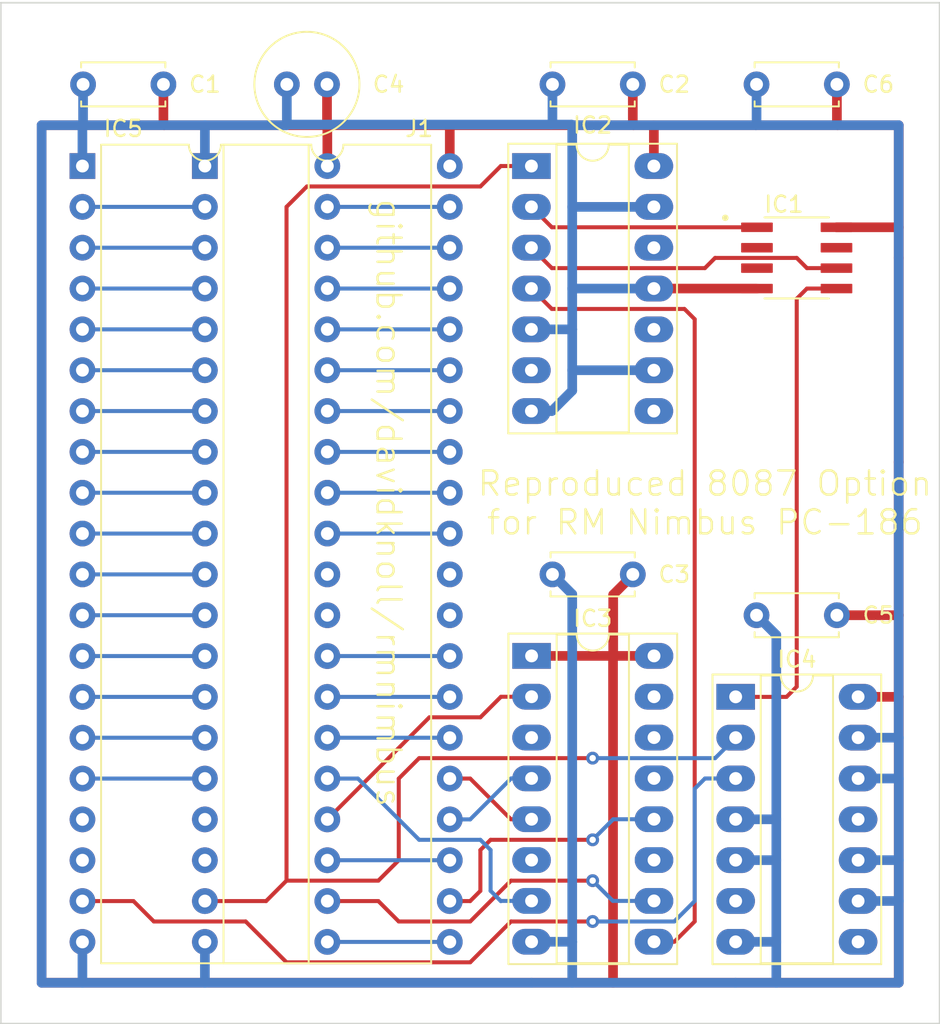
<source format=kicad_pcb>
(kicad_pcb (version 20211014) (generator pcbnew)
  (layers (0 "F.Cu" signal) (31 "B.Cu" signal) (34 "B.Paste" user) (35 "F.Paste" user) (36 "B.SilkS" user "B.Silkscreen") (37 "F.SilkS" user "F.Silkscreen") (38 "B.Mask" user) (39 "F.Mask" user) (44 "Edge.Cuts" user))
  (net 0 "")
  (net 1 "VCC")
  (net 2 "GND")
  (net 3 "Net-(IC1-Pad1)")
  (net 6 "Net-(IC1-Pad5)")
  (net 7 "Net-(IC1-Pad6)")
  (net 9 "/CLK")
  (net 10 "Net-(IC2-Pad4)")
  (net 15 "/8087QS1")
  (net 17 "/QS1")
  (net 18 "/QS0")
  (net 20 "/8087QS0")
  (net 21 "/READY1")
  (net 23 "/READY")
  (net 27 "/8087CLK")
  (net 31 "/COMMON2")
  (net 32 "/COMMON3")
  (net 33 "/COMMON4")
  (net 34 "/COMMON5")
  (net 35 "/COMMON6")
  (net 36 "/COMMON7")
  (net 37 "/COMMON8")
  (net 38 "/COMMON9")
  (net 39 "/COMMON10")
  (net 40 "/COMMON11")
  (net 41 "/COMMON12")
  (net 42 "/COMMON13")
  (net 43 "/COMMON14")
  (net 44 "/COMMON15")
  (net 45 "/COMMON16")
  (net 48 "/COMMON21")
  (net 49 "/COMMON23")
  (net 50 "/COMMON26")
  (net 51 "/COMMON27")
  (net 52 "/COMMON28")
  (net 55 "/COMMON31")
  (net 56 "/COMMON32")
  (net 57 "/COMMON33")
  (net 58 "/COMMON34")
  (net 59 "/COMMON35")
  (net 60 "/COMMON36")
  (net 61 "/COMMON37")
  (net 62 "/COMMON38")
  (net 63 "/COMMON39")
  (footprint "Capacitor_THT:C_Radial_D6.3mm_H5.0mm_P2.50mm" (layer "F.Cu") (at 78.72 58.42 180)
    (fp_text reference "C4" (at -3.83 0) (layer "F.SilkS"))
    (fp_text value "10uF")
    (fp_circle (center 1.25 0) (end 4.52 0) (layer "F.SilkS") (width 0.12) (fill none))
    (pad "1" thru_hole circle (at 0 0 180) (size 1.6 1.6) (drill 0.8) (layers *.Cu *.Mask) (net 1 "VCC"))
    (pad "2" thru_hole circle (at 2.5 0 180) (size 1.6 1.6) (drill 0.8) (layers *.Cu *.Mask) (net 2 "GND"))
  )
  (footprint "Capacitor_THT:C_Disc_D5.0mm_W2.5mm_P5.00mm" (layer "F.Cu") (at 110.45 58.42 180)
    (fp_text reference "C6" (at -2.58 0) (layer "F.SilkS"))
    (fp_text value "0.1uF")
    (fp_line (start -0.12 1.37) (end 5.12 1.37) (layer "F.SilkS") (width 0.12))
    (fp_line (start -0.12 -1.37) (end 5.12 -1.37) (layer "F.SilkS") (width 0.12))
    (fp_line (start -0.12 -1.37) (end -0.12 -1.055) (layer "F.SilkS") (width 0.12))
    (fp_line (start 5.12 1.055) (end 5.12 1.37) (layer "F.SilkS") (width 0.12))
    (fp_line (start 5.12 -1.37) (end 5.12 -1.055) (layer "F.SilkS") (width 0.12))
    (fp_line (start -0.12 1.055) (end -0.12 1.37) (layer "F.SilkS") (width 0.12))
    (pad "1" thru_hole circle (at 0 0 180) (size 1.6 1.6) (drill 0.8) (layers *.Cu *.Mask) (net 1 "VCC"))
    (pad "2" thru_hole circle (at 5 0 180) (size 1.6 1.6) (drill 0.8) (layers *.Cu *.Mask) (net 2 "GND"))
  )
  (footprint "Capacitor_THT:C_Disc_D5.0mm_W2.5mm_P5.00mm" (layer "F.Cu") (at 97.75 58.42 180)
    (fp_text reference "C2" (at -2.58 0) (layer "F.SilkS"))
    (fp_text value "0.1uF")
    (fp_line (start -0.12 -1.37) (end 5.12 -1.37) (layer "F.SilkS") (width 0.12))
    (fp_line (start -0.12 1.055) (end -0.12 1.37) (layer "F.SilkS") (width 0.12))
    (fp_line (start -0.12 -1.37) (end -0.12 -1.055) (layer "F.SilkS") (width 0.12))
    (fp_line (start 5.12 -1.37) (end 5.12 -1.055) (layer "F.SilkS") (width 0.12))
    (fp_line (start -0.12 1.37) (end 5.12 1.37) (layer "F.SilkS") (width 0.12))
    (fp_line (start 5.12 1.055) (end 5.12 1.37) (layer "F.SilkS") (width 0.12))
    (pad "1" thru_hole circle (at 0 0 180) (size 1.6 1.6) (drill 0.8) (layers *.Cu *.Mask) (net 1 "VCC"))
    (pad "2" thru_hole circle (at 5 0 180) (size 1.6 1.6) (drill 0.8) (layers *.Cu *.Mask) (net 2 "GND"))
  )
  (footprint "DS1100Z-75:SOIC127P600X175-8N" (layer "F.Cu") (at 107.95 69.215)
    (fp_text reference "IC1" (at -0.795 -3.332) (layer "F.SilkS"))
    (fp_text value "DS1100Z-75")
    (fp_line (start -2 -2.52) (end 2 -2.52) (layer "F.SilkS") (width 0.127))
    (fp_line (start -2 2.52) (end 2 2.52) (layer "F.SilkS") (width 0.127))
    (fp_circle (center -4.445 -2.495) (end -4.345 -2.495) (layer "F.SilkS") (width 0.2) (fill none))
    (pad "1" smd roundrect locked (at -2.475 -1.905) (size 1.97 0.59) (layers "F.Cu" "F.Paste" "F.Mask") (roundrect_rratio 0.07) (net 3 "Net-(IC1-Pad1)"))
    (pad "2" smd roundrect locked (at -2.475 -0.635) (size 1.97 0.59) (layers "F.Cu" "F.Paste" "F.Mask") (roundrect_rratio 0.07))
    (pad "3" smd roundrect locked (at -2.475 0.635) (size 1.97 0.59) (layers "F.Cu" "F.Paste" "F.Mask") (roundrect_rratio 0.07))
    (pad "4" smd roundrect locked (at -2.475 1.905) (size 1.97 0.59) (layers "F.Cu" "F.Paste" "F.Mask") (roundrect_rratio 0.07) (net 2 "GND"))
    (pad "5" smd roundrect locked (at 2.475 1.905) (size 1.97 0.59) (layers "F.Cu" "F.Paste" "F.Mask") (roundrect_rratio 0.07) (net 6 "Net-(IC1-Pad5)"))
    (pad "6" smd roundrect locked (at 2.475 0.635) (size 1.97 0.59) (layers "F.Cu" "F.Paste" "F.Mask") (roundrect_rratio 0.07) (net 7 "Net-(IC1-Pad6)"))
    (pad "7" smd roundrect locked (at 2.475 -0.635) (size 1.97 0.59) (layers "F.Cu" "F.Paste" "F.Mask") (roundrect_rratio 0.07))
    (pad "8" smd roundrect locked (at 2.475 -1.905) (size 1.97 0.59) (layers "F.Cu" "F.Paste" "F.Mask") (roundrect_rratio 0.07) (net 1 "VCC"))
  )
  (footprint "Package_DIP:DIP-40_W15.24mm" (layer "F.Cu") (at 71.12 63.5)
    (fp_text reference "J1" (at 13.335 -2.33) (layer "F.SilkS"))
    (fp_text value "8087")
    (fp_line (start 1.16 49.59) (end 14.08 49.59) (layer "F.SilkS") (width 0.12))
    (fp_line (start 6.62 -1.33) (end 1.16 -1.33) (layer "F.SilkS") (width 0.12))
    (fp_line (start 14.08 49.59) (end 14.08 -1.33) (layer "F.SilkS") (width 0.12))
    (fp_line (start 1.16 -1.33) (end 1.16 49.59) (layer "F.SilkS") (width 0.12))
    (fp_line (start 14.08 -1.33) (end 8.62 -1.33) (layer "F.SilkS") (width 0.12))
    (fp_arc (start 8.62 -1.33) (mid 7.62 -0.33) (end 6.62 -1.33) (layer "F.SilkS") (width 0.12))
    (pad "1" thru_hole rect (at 0 0) (size 1.6 1.6) (drill 0.8) (layers *.Cu *.Mask) (net 2 "GND"))
    (pad "2" thru_hole oval (at 0 2.54) (size 1.6 1.6) (drill 0.8) (layers *.Cu *.Mask) (net 31 "/COMMON2"))
    (pad "3" thru_hole oval (at 0 5.08) (size 1.6 1.6) (drill 0.8) (layers *.Cu *.Mask) (net 32 "/COMMON3"))
    (pad "4" thru_hole oval (at 0 7.62) (size 1.6 1.6) (drill 0.8) (layers *.Cu *.Mask) (net 33 "/COMMON4"))
    (pad "5" thru_hole oval (at 0 10.16) (size 1.6 1.6) (drill 0.8) (layers *.Cu *.Mask) (net 34 "/COMMON5"))
    (pad "6" thru_hole oval (at 0 12.7) (size 1.6 1.6) (drill 0.8) (layers *.Cu *.Mask) (net 35 "/COMMON6"))
    (pad "7" thru_hole oval (at 0 15.24) (size 1.6 1.6) (drill 0.8) (layers *.Cu *.Mask) (net 36 "/COMMON7"))
    (pad "8" thru_hole oval (at 0 17.78) (size 1.6 1.6) (drill 0.8) (layers *.Cu *.Mask) (net 37 "/COMMON8"))
    (pad "9" thru_hole oval (at 0 20.32) (size 1.6 1.6) (drill 0.8) (layers *.Cu *.Mask) (net 38 "/COMMON9"))
    (pad "10" thru_hole oval (at 0 22.86) (size 1.6 1.6) (drill 0.8) (layers *.Cu *.Mask) (net 39 "/COMMON10"))
    (pad "11" thru_hole oval (at 0 25.4) (size 1.6 1.6) (drill 0.8) (layers *.Cu *.Mask) (net 40 "/COMMON11"))
    (pad "12" thru_hole oval (at 0 27.94) (size 1.6 1.6) (drill 0.8) (layers *.Cu *.Mask) (net 41 "/COMMON12"))
    (pad "13" thru_hole oval (at 0 30.48) (size 1.6 1.6) (drill 0.8) (layers *.Cu *.Mask) (net 42 "/COMMON13"))
    (pad "14" thru_hole oval (at 0 33.02) (size 1.6 1.6) (drill 0.8) (layers *.Cu *.Mask) (net 43 "/COMMON14"))
    (pad "15" thru_hole oval (at 0 35.56) (size 1.6 1.6) (drill 0.8) (layers *.Cu *.Mask) (net 44 "/COMMON15"))
    (pad "16" thru_hole oval (at 0 38.1) (size 1.6 1.6) (drill 0.8) (layers *.Cu *.Mask) (net 45 "/COMMON16"))
    (pad "17" thru_hole oval (at 0 40.64) (size 1.6 1.6) (drill 0.8) (layers *.Cu *.Mask))
    (pad "18" thru_hole oval (at 0 43.18) (size 1.6 1.6) (drill 0.8) (layers *.Cu *.Mask))
    (pad "19" thru_hole oval (at 0 45.72) (size 1.6 1.6) (drill 0.8) (layers *.Cu *.Mask) (net 9 "/CLK"))
    (pad "20" thru_hole oval (at 0 48.26) (size 1.6 1.6) (drill 0.8) (layers *.Cu *.Mask) (net 2 "GND"))
    (pad "21" thru_hole oval (at 15.24 48.26) (size 1.6 1.6) (drill 0.8) (layers *.Cu *.Mask) (net 48 "/COMMON21"))
    (pad "22" thru_hole oval (at 15.24 45.72) (size 1.6 1.6) (drill 0.8) (layers *.Cu *.Mask) (net 23 "/READY"))
    (pad "23" thru_hole oval (at 15.24 43.18) (size 1.6 1.6) (drill 0.8) (layers *.Cu *.Mask) (net 49 "/COMMON23"))
    (pad "24" thru_hole oval (at 15.24 40.64) (size 1.6 1.6) (drill 0.8) (layers *.Cu *.Mask) (net 17 "/QS1"))
    (pad "25" thru_hole oval (at 15.24 38.1) (size 1.6 1.6) (drill 0.8) (layers *.Cu *.Mask) (net 18 "/QS0"))
    (pad "26" thru_hole oval (at 15.24 35.56) (size 1.6 1.6) (drill 0.8) (layers *.Cu *.Mask) (net 50 "/COMMON26"))
    (pad "27" thru_hole oval (at 15.24 33.02) (size 1.6 1.6) (drill 0.8) (layers *.Cu *.Mask) (net 51 "/COMMON27"))
    (pad "28" thru_hole oval (at 15.24 30.48) (size 1.6 1.6) (drill 0.8) (layers *.Cu *.Mask) (net 52 "/COMMON28"))
    (pad "29" thru_hole oval (at 15.24 27.94) (size 1.6 1.6) (drill 0.8) (layers *.Cu *.Mask))
    (pad "30" thru_hole oval (at 15.24 25.4) (size 1.6 1.6) (drill 0.8) (layers *.Cu *.Mask))
    (pad "31" thru_hole oval (at 15.24 22.86) (size 1.6 1.6) (drill 0.8) (layers *.Cu *.Mask) (net 55 "/COMMON31"))
    (pad "32" thru_hole oval (at 15.24 20.32) (size 1.6 1.6) (drill 0.8) (layers *.Cu *.Mask) (net 56 "/COMMON32"))
    (pad "33" thru_hole oval (at 15.24 17.78) (size 1.6 1.6) (drill 0.8) (layers *.Cu *.Mask) (net 57 "/COMMON33"))
    (pad "34" thru_hole oval (at 15.24 15.24) (size 1.6 1.6) (drill 0.8) (layers *.Cu *.Mask) (net 58 "/COMMON34"))
    (pad "35" thru_hole oval (at 15.24 12.7) (size 1.6 1.6) (drill 0.8) (layers *.Cu *.Mask) (net 59 "/COMMON35"))
    (pad "36" thru_hole oval (at 15.24 10.16) (size 1.6 1.6) (drill 0.8) (layers *.Cu *.Mask) (net 60 "/COMMON36"))
    (pad "37" thru_hole oval (at 15.24 7.62) (size 1.6 1.6) (drill 0.8) (layers *.Cu *.Mask) (net 61 "/COMMON37"))
    (pad "38" thru_hole oval (at 15.24 5.08) (size 1.6 1.6) (drill 0.8) (layers *.Cu *.Mask) (net 62 "/COMMON38"))
    (pad "39" thru_hole oval (at 15.24 2.54) (size 1.6 1.6) (drill 0.8) (layers *.Cu *.Mask) (net 63 "/COMMON39"))
    (pad "40" thru_hole oval (at 15.24 0) (size 1.6 1.6) (drill 0.8) (layers *.Cu *.Mask) (net 1 "VCC"))
  )
  (footprint "Capacitor_THT:C_Disc_D5.0mm_W2.5mm_P5.00mm" (layer "F.Cu") (at 110.45 91.44 180)
    (fp_text reference "C5" (at -2.58 0) (layer "F.SilkS"))
    (fp_text value "0.1uF")
    (fp_line (start 5.12 -1.37) (end 5.12 -1.055) (layer "F.SilkS") (width 0.12))
    (fp_line (start -0.12 1.37) (end 5.12 1.37) (layer "F.SilkS") (width 0.12))
    (fp_line (start -0.12 1.055) (end -0.12 1.37) (layer "F.SilkS") (width 0.12))
    (fp_line (start -0.12 -1.37) (end 5.12 -1.37) (layer "F.SilkS") (width 0.12))
    (fp_line (start -0.12 -1.37) (end -0.12 -1.055) (layer "F.SilkS") (width 0.12))
    (fp_line (start 5.12 1.055) (end 5.12 1.37) (layer "F.SilkS") (width 0.12))
    (pad "1" thru_hole circle (at 0 0 180) (size 1.6 1.6) (drill 0.8) (layers *.Cu *.Mask) (net 1 "VCC"))
    (pad "2" thru_hole circle (at 5 0 180) (size 1.6 1.6) (drill 0.8) (layers *.Cu *.Mask) (net 2 "GND"))
  )
  (footprint "Package_DIP:DIP-40_W15.24mm" (layer "F.Cu") (at 63.5 63.5)
    (fp_text reference "IC5" (at 2.54 -2.33) (layer "F.SilkS"))
    (fp_text value "8087")
    (fp_line (start 6.62 -1.33) (end 1.16 -1.33) (layer "F.SilkS") (width 0.12))
    (fp_line (start 1.16 -1.33) (end 1.16 49.59) (layer "F.SilkS") (width 0.12))
    (fp_line (start 14.08 -1.33) (end 8.62 -1.33) (layer "F.SilkS") (width 0.12))
    (fp_line (start 14.08 49.59) (end 14.08 -1.33) (layer "F.SilkS") (width 0.12))
    (fp_line (start 1.16 49.59) (end 14.08 49.59) (layer "F.SilkS") (width 0.12))
    (fp_arc (start 8.62 -1.33) (mid 7.62 -0.33) (end 6.62 -1.33) (layer "F.SilkS") (width 0.12))
    (pad "1" thru_hole rect (at 0 0) (size 1.6 1.6) (drill 0.8) (layers *.Cu *.Mask) (net 2 "GND"))
    (pad "2" thru_hole oval (at 0 2.54) (size 1.6 1.6) (drill 0.8) (layers *.Cu *.Mask) (net 31 "/COMMON2"))
    (pad "3" thru_hole oval (at 0 5.08) (size 1.6 1.6) (drill 0.8) (layers *.Cu *.Mask) (net 32 "/COMMON3"))
    (pad "4" thru_hole oval (at 0 7.62) (size 1.6 1.6) (drill 0.8) (layers *.Cu *.Mask) (net 33 "/COMMON4"))
    (pad "5" thru_hole oval (at 0 10.16) (size 1.6 1.6) (drill 0.8) (layers *.Cu *.Mask) (net 34 "/COMMON5"))
    (pad "6" thru_hole oval (at 0 12.7) (size 1.6 1.6) (drill 0.8) (layers *.Cu *.Mask) (net 35 "/COMMON6"))
    (pad "7" thru_hole oval (at 0 15.24) (size 1.6 1.6) (drill 0.8) (layers *.Cu *.Mask) (net 36 "/COMMON7"))
    (pad "8" thru_hole oval (at 0 17.78) (size 1.6 1.6) (drill 0.8) (layers *.Cu *.Mask) (net 37 "/COMMON8"))
    (pad "9" thru_hole oval (at 0 20.32) (size 1.6 1.6) (drill 0.8) (layers *.Cu *.Mask) (net 38 "/COMMON9"))
    (pad "10" thru_hole oval (at 0 22.86) (size 1.6 1.6) (drill 0.8) (layers *.Cu *.Mask) (net 39 "/COMMON10"))
    (pad "11" thru_hole oval (at 0 25.4) (size 1.6 1.6) (drill 0.8) (layers *.Cu *.Mask) (net 40 "/COMMON11"))
    (pad "12" thru_hole oval (at 0 27.94) (size 1.6 1.6) (drill 0.8) (layers *.Cu *.Mask) (net 41 "/COMMON12"))
    (pad "13" thru_hole oval (at 0 30.48) (size 1.6 1.6) (drill 0.8) (layers *.Cu *.Mask) (net 42 "/COMMON13"))
    (pad "14" thru_hole oval (at 0 33.02) (size 1.6 1.6) (drill 0.8) (layers *.Cu *.Mask) (net 43 "/COMMON14"))
    (pad "15" thru_hole oval (at 0 35.56) (size 1.6 1.6) (drill 0.8) (layers *.Cu *.Mask) (net 44 "/COMMON15"))
    (pad "16" thru_hole oval (at 0 38.1) (size 1.6 1.6) (drill 0.8) (layers *.Cu *.Mask) (net 45 "/COMMON16"))
    (pad "17" thru_hole oval (at 0 40.64) (size 1.6 1.6) (drill 0.8) (layers *.Cu *.Mask))
    (pad "18" thru_hole oval (at 0 43.18) (size 1.6 1.6) (drill 0.8) (layers *.Cu *.Mask))
    (pad "19" thru_hole oval (at 0 45.72) (size 1.6 1.6) (drill 0.8) (layers *.Cu *.Mask) (net 27 "/8087CLK"))
    (pad "20" thru_hole oval (at 0 48.26) (size 1.6 1.6) (drill 0.8) (layers *.Cu *.Mask) (net 2 "GND"))
    (pad "21" thru_hole oval (at 15.24 48.26) (size 1.6 1.6) (drill 0.8) (layers *.Cu *.Mask) (net 48 "/COMMON21"))
    (pad "22" thru_hole oval (at 15.24 45.72) (size 1.6 1.6) (drill 0.8) (layers *.Cu *.Mask) (net 21 "/READY1"))
    (pad "23" thru_hole oval (at 15.24 43.18) (size 1.6 1.6) (drill 0.8) (layers *.Cu *.Mask) (net 49 "/COMMON23"))
    (pad "24" thru_hole oval (at 15.24 40.64) (size 1.6 1.6) (drill 0.8) (layers *.Cu *.Mask) (net 15 "/8087QS1"))
    (pad "25" thru_hole oval (at 15.24 38.1) (size 1.6 1.6) (drill 0.8) (layers *.Cu *.Mask) (net 20 "/8087QS0"))
    (pad "26" thru_hole oval (at 15.24 35.56) (size 1.6 1.6) (drill 0.8) (layers *.Cu *.Mask) (net 50 "/COMMON26"))
    (pad "27" thru_hole oval (at 15.24 33.02) (size 1.6 1.6) (drill 0.8) (layers *.Cu *.Mask) (net 51 "/COMMON27"))
    (pad "28" thru_hole oval (at 15.24 30.48) (size 1.6 1.6) (drill 0.8) (layers *.Cu *.Mask) (net 52 "/COMMON28"))
    (pad "29" thru_hole oval (at 15.24 27.94) (size 1.6 1.6) (drill 0.8) (layers *.Cu *.Mask))
    (pad "30" thru_hole oval (at 15.24 25.4) (size 1.6 1.6) (drill 0.8) (layers *.Cu *.Mask))
    (pad "31" thru_hole oval (at 15.24 22.86) (size 1.6 1.6) (drill 0.8) (layers *.Cu *.Mask) (net 55 "/COMMON31"))
    (pad "32" thru_hole oval (at 15.24 20.32) (size 1.6 1.6) (drill 0.8) (layers *.Cu *.Mask) (net 56 "/COMMON32"))
    (pad "33" thru_hole oval (at 15.24 17.78) (size 1.6 1.6) (drill 0.8) (layers *.Cu *.Mask) (net 57 "/COMMON33"))
    (pad "34" thru_hole oval (at 15.24 15.24) (size 1.6 1.6) (drill 0.8) (layers *.Cu *.Mask) (net 58 "/COMMON34"))
    (pad "35" thru_hole oval (at 15.24 12.7) (size 1.6 1.6) (drill 0.8) (layers *.Cu *.Mask) (net 59 "/COMMON35"))
    (pad "36" thru_hole oval (at 15.24 10.16) (size 1.6 1.6) (drill 0.8) (layers *.Cu *.Mask) (net 60 "/COMMON36"))
    (pad "37" thru_hole oval (at 15.24 7.62) (size 1.6 1.6) (drill 0.8) (layers *.Cu *.Mask) (net 61 "/COMMON37"))
    (pad "38" thru_hole oval (at 15.24 5.08) (size 1.6 1.6) (drill 0.8) (layers *.Cu *.Mask) (net 62 "/COMMON38"))
    (pad "39" thru_hole oval (at 15.24 2.54) (size 1.6 1.6) (drill 0.8) (layers *.Cu *.Mask) (net 63 "/COMMON39"))
    (pad "40" thru_hole oval (at 15.24 0) (size 1.6 1.6) (drill 0.8) (layers *.Cu *.Mask) (net 1 "VCC"))
  )
  (footprint "Capacitor_THT:C_Disc_D5.0mm_W2.5mm_P5.00mm" (layer "F.Cu") (at 68.54 58.42 180)
    (fp_text reference "C1" (at -2.58 0) (layer "F.SilkS"))
    (fp_text value "0.1uF")
    (fp_line (start -0.12 1.055) (end -0.12 1.37) (layer "F.SilkS") (width 0.12))
    (fp_line (start -0.12 -1.37) (end 5.12 -1.37) (layer "F.SilkS") (width 0.12))
    (fp_line (start -0.12 -1.37) (end -0.12 -1.055) (layer "F.SilkS") (width 0.12))
    (fp_line (start 5.12 1.055) (end 5.12 1.37) (layer "F.SilkS") (width 0.12))
    (fp_line (start -0.12 1.37) (end 5.12 1.37) (layer "F.SilkS") (width 0.12))
    (fp_line (start 5.12 -1.37) (end 5.12 -1.055) (layer "F.SilkS") (width 0.12))
    (pad "1" thru_hole circle (at 0 0 180) (size 1.6 1.6) (drill 0.8) (layers *.Cu *.Mask) (net 1 "VCC"))
    (pad "2" thru_hole circle (at 5 0 180) (size 1.6 1.6) (drill 0.8) (layers *.Cu *.Mask) (net 2 "GND"))
  )
  (footprint "Package_DIP:DIP-16_W7.62mm_Socket_LongPads" (layer "F.Cu") (at 91.45 93.97)
    (fp_text reference "IC3" (at 3.81 -2.33) (layer "F.SilkS"))
    (fp_text value "74F175")
    (fp_line (start -1.44 19.17) (end 9.06 19.17) (layer "F.SilkS") (width 0.12))
    (fp_line (start 6.06 19.11) (end 6.06 -1.33) (layer "F.SilkS") (width 0.12))
    (fp_line (start 1.56 19.11) (end 6.06 19.11) (layer "F.SilkS") (width 0.12))
    (fp_line (start 9.06 19.17) (end 9.06 -1.39) (layer "F.SilkS") (width 0.12))
    (fp_line (start 6.06 -1.33) (end 4.81 -1.33) (layer "F.SilkS") (width 0.12))
    (fp_line (start 2.81 -1.33) (end 1.56 -1.33) (layer "F.SilkS") (width 0.12))
    (fp_line (start 1.56 -1.33) (end 1.56 19.11) (layer "F.SilkS") (width 0.12))
    (fp_line (start 9.06 -1.39) (end -1.44 -1.39) (layer "F.SilkS") (width 0.12))
    (fp_line (start -1.44 -1.39) (end -1.44 19.17) (layer "F.SilkS") (width 0.12))
    (fp_arc (start 4.81 -1.33) (mid 3.81 -0.33) (end 2.81 -1.33) (layer "F.SilkS") (width 0.12))
    (pad "1" thru_hole rect (at 0 0) (size 2.4 1.6) (drill 0.8) (layers *.Cu *.Mask) (net 1 "VCC"))
    (pad "2" thru_hole oval (at 0 2.54) (size 2.4 1.6) (drill 0.8) (layers *.Cu *.Mask) (net 15 "/8087QS1"))
    (pad "3" thru_hole oval (at 0 5.08) (size 2.4 1.6) (drill 0.8) (layers *.Cu *.Mask))
    (pad "4" thru_hole oval (at 0 7.62) (size 2.4 1.6) (drill 0.8) (layers *.Cu *.Mask) (net 17 "/QS1"))
    (pad "5" thru_hole oval (at 0 10.16) (size 2.4 1.6) (drill 0.8) (layers *.Cu *.Mask) (net 18 "/QS0"))
    (pad "6" thru_hole oval (at 0 12.7) (size 2.4 1.6) (drill 0.8) (layers *.Cu *.Mask))
    (pad "7" thru_hole oval (at 0 15.24) (size 2.4 1.6) (drill 0.8) (layers *.Cu *.Mask) (net 20 "/8087QS0"))
    (pad "8" thru_hole oval (at 0 17.78) (size 2.4 1.6) (drill 0.8) (layers *.Cu *.Mask) (net 2 "GND"))
    (pad "9" thru_hole oval (at 7.62 17.78) (size 2.4 1.6) (drill 0.8) (layers *.Cu *.Mask) (net 10 "Net-(IC2-Pad4)"))
    (pad "10" thru_hole oval (at 7.62 15.24) (size 2.4 1.6) (drill 0.8) (layers *.Cu *.Mask) (net 21 "/READY1"))
    (pad "11" thru_hole oval (at 7.62 12.7) (size 2.4 1.6) (drill 0.8) (layers *.Cu *.Mask))
    (pad "12" thru_hole oval (at 7.62 10.16) (size 2.4 1.6) (drill 0.8) (layers *.Cu *.Mask) (net 23 "/READY"))
    (pad "13" thru_hole oval (at 7.62 7.62) (size 2.4 1.6) (drill 0.8) (layers *.Cu *.Mask))
    (pad "14" thru_hole oval (at 7.62 5.08) (size 2.4 1.6) (drill 0.8) (layers *.Cu *.Mask))
    (pad "15" thru_hole oval (at 7.62 2.54) (size 2.4 1.6) (drill 0.8) (layers *.Cu *.Mask))
    (pad "16" thru_hole oval (at 7.62 0) (size 2.4 1.6) (drill 0.8) (layers *.Cu *.Mask) (net 1 "VCC"))
  )
  (footprint "Package_DIP:DIP-14_W7.62mm_Socket_LongPads" (layer "F.Cu") (at 104.15 96.515)
    (fp_text reference "IC4" (at 3.81 -2.33) (layer "F.SilkS"))
    (fp_text value "74F08")
    (fp_line (start 9.06 -1.39) (end -1.44 -1.39) (layer "F.SilkS") (width 0.12))
    (fp_line (start 2.81 -1.33) (end 1.56 -1.33) (layer "F.SilkS") (width 0.12))
    (fp_line (start -1.44 -1.39) (end -1.44 16.63) (layer "F.SilkS") (width 0.12))
    (fp_line (start 1.56 -1.33) (end 1.56 16.57) (layer "F.SilkS") (width 0.12))
    (fp_line (start 9.06 16.63) (end 9.06 -1.39) (layer "F.SilkS") (width 0.12))
    (fp_line (start 1.56 16.57) (end 6.06 16.57) (layer "F.SilkS") (width 0.12))
    (fp_line (start -1.44 16.63) (end 9.06 16.63) (layer "F.SilkS") (width 0.12))
    (fp_line (start 6.06 16.57) (end 6.06 -1.33) (layer "F.SilkS") (width 0.12))
    (fp_line (start 6.06 -1.33) (end 4.81 -1.33) (layer "F.SilkS") (width 0.12))
    (fp_arc (start 4.81 -1.33) (mid 3.81 -0.33) (end 2.81 -1.33) (layer "F.SilkS") (width 0.12))
    (pad "1" thru_hole rect (at 0 0) (size 2.4 1.6) (drill 0.8) (layers *.Cu *.Mask) (net 6 "Net-(IC1-Pad5)"))
    (pad "2" thru_hole oval (at 0 2.54) (size 2.4 1.6) (drill 0.8) (layers *.Cu *.Mask) (net 9 "/CLK"))
    (pad "3" thru_hole oval (at 0 5.08) (size 2.4 1.6) (drill 0.8) (layers *.Cu *.Mask) (net 27 "/8087CLK"))
    (pad "4" thru_hole oval (at 0 7.62) (size 2.4 1.6) (drill 0.8) (layers *.Cu *.Mask) (net 2 "GND"))
    (pad "5" thru_hole oval (at 0 10.16) (size 2.4 1.6) (drill 0.8) (layers *.Cu *.Mask) (net 2 "GND"))
    (pad "6" thru_hole oval (at 0 12.7) (size 2.4 1.6) (drill 0.8) (layers *.Cu *.Mask))
    (pad "7" thru_hole oval (at 0 15.24) (size 2.4 1.6) (drill 0.8) (layers *.Cu *.Mask) (net 2 "GND"))
    (pad "8" thru_hole oval (at 7.62 15.24) (size 2.4 1.6) (drill 0.8) (layers *.Cu *.Mask))
    (pad "9" thru_hole oval (at 7.62 12.7) (size 2.4 1.6) (drill 0.8) (layers *.Cu *.Mask) (net 2 "GND"))
    (pad "10" thru_hole oval (at 7.62 10.16) (size 2.4 1.6) (drill 0.8) (layers *.Cu *.Mask) (net 2 "GND"))
    (pad "11" thru_hole oval (at 7.62 7.62) (size 2.4 1.6) (drill 0.8) (layers *.Cu *.Mask))
    (pad "12" thru_hole oval (at 7.62 5.08) (size 2.4 1.6) (drill 0.8) (layers *.Cu *.Mask) (net 2 "GND"))
    (pad "13" thru_hole oval (at 7.62 2.54) (size 2.4 1.6) (drill 0.8) (layers *.Cu *.Mask) (net 2 "GND"))
    (pad "14" thru_hole oval (at 7.62 0) (size 2.4 1.6) (drill 0.8) (layers *.Cu *.Mask) (net 1 "VCC"))
  )
  (footprint "Package_DIP:DIP-14_W7.62mm_Socket_LongPads" (layer "F.Cu") (at 91.44 63.5)
    (fp_text reference "IC2" (at 3.81 -2.54) (layer "F.SilkS"))
    (fp_text value "74F04")
    (fp_line (start 9.06 -1.39) (end -1.44 -1.39) (layer "F.SilkS") (width 0.12))
    (fp_line (start 9.06 16.63) (end 9.06 -1.39) (layer "F.SilkS") (width 0.12))
    (fp_line (start -1.44 -1.39) (end -1.44 16.63) (layer "F.SilkS") (width 0.12))
    (fp_line (start 6.06 -1.33) (end 4.81 -1.33) (layer "F.SilkS") (width 0.12))
    (fp_line (start 1.56 16.57) (end 6.06 16.57) (layer "F.SilkS") (width 0.12))
    (fp_line (start 1.56 -1.33) (end 1.56 16.57) (layer "F.SilkS") (width 0.12))
    (fp_line (start -1.44 16.63) (end 9.06 16.63) (layer "F.SilkS") (width 0.12))
    (fp_line (start 2.81 -1.33) (end 1.56 -1.33) (layer "F.SilkS") (width 0.12))
    (fp_line (start 6.06 16.57) (end 6.06 -1.33) (layer "F.SilkS") (width 0.12))
    (fp_arc (start 4.81 -1.33) (mid 3.81 -0.33) (end 2.81 -1.33) (layer "F.SilkS") (width 0.12))
    (pad "1" thru_hole rect (at 0 0) (size 2.4 1.6) (drill 0.8) (layers *.Cu *.Mask) (net 9 "/CLK"))
    (pad "2" thru_hole oval (at 0 2.54) (size 2.4 1.6) (drill 0.8) (layers *.Cu *.Mask) (net 3 "Net-(IC1-Pad1)"))
    (pad "3" thru_hole oval (at 0 5.08) (size 2.4 1.6) (drill 0.8) (layers *.Cu *.Mask) (net 7 "Net-(IC1-Pad6)"))
    (pad "4" thru_hole oval (at 0 7.62) (size 2.4 1.6) (drill 0.8) (layers *.Cu *.Mask) (net 10 "Net-(IC2-Pad4)"))
    (pad "5" thru_hole oval (at 0 10.16) (size 2.4 1.6) (drill 0.8) (layers *.Cu *.Mask) (net 2 "GND"))
    (pad "6" thru_hole oval (at 0 12.7) (size 2.4 1.6) (drill 0.8) (layers *.Cu *.Mask))
    (pad "7" thru_hole oval (at 0 15.24) (size 2.4 1.6) (drill 0.8) (layers *.Cu *.Mask) (net 2 "GND"))
    (pad "8" thru_hole oval (at 7.62 15.24) (size 2.4 1.6) (drill 0.8) (layers *.Cu *.Mask))
    (pad "9" thru_hole oval (at 7.62 12.7) (size 2.4 1.6) (drill 0.8) (layers *.Cu *.Mask) (net 2 "GND"))
    (pad "10" thru_hole oval (at 7.62 10.16) (size 2.4 1.6) (drill 0.8) (layers *.Cu *.Mask))
    (pad "11" thru_hole oval (at 7.62 7.62) (size 2.4 1.6) (drill 0.8) (layers *.Cu *.Mask) (net 2 "GND"))
    (pad "12" thru_hole oval (at 7.62 5.08) (size 2.4 1.6) (drill 0.8) (layers *.Cu *.Mask))
    (pad "13" thru_hole oval (at 7.62 2.54) (size 2.4 1.6) (drill 0.8) (layers *.Cu *.Mask) (net 2 "GND"))
    (pad "14" thru_hole oval (at 7.62 0) (size 2.4 1.6) (drill 0.8) (layers *.Cu *.Mask) (net 1 "VCC"))
  )
  (footprint "Capacitor_THT:C_Disc_D5.0mm_W2.5mm_P5.00mm" (layer "F.Cu") (at 97.75 88.9 180)
    (fp_text reference "C3" (at -2.58 0) (layer "F.SilkS"))
    (fp_text value "0.1uF")
    (fp_line (start -0.12 -1.37) (end 5.12 -1.37) (layer "F.SilkS") (width 0.12))
    (fp_line (start -0.12 1.055) (end -0.12 1.37) (layer "F.SilkS") (width 0.12))
    (fp_line (start -0.12 -1.37) (end -0.12 -1.055) (layer "F.SilkS") (width 0.12))
    (fp_line (start 5.12 -1.37) (end 5.12 -1.055) (layer "F.SilkS") (width 0.12))
    (fp_line (start -0.12 1.37) (end 5.12 1.37) (layer "F.SilkS") (width 0.12))
    (fp_line (start 5.12 1.055) (end 5.12 1.37) (layer "F.SilkS") (width 0.12))
    (pad "1" thru_hole circle (at 0 0 180) (size 1.6 1.6) (drill 0.8) (layers *.Cu *.Mask) (net 1 "VCC"))
    (pad "2" thru_hole circle (at 5 0 180) (size 1.6 1.6) (drill 0.8) (layers *.Cu *.Mask) (net 2 "GND"))
  )
  (gr_rect (start 58.42 53.34) (end 116.84 116.84) (layer "Edge.Cuts") (width 0.1) (fill none))
  (gr_text "Reproduced 8087 Option\nfor RM Nimbus PC-186" (at 102.235 84.455) (layer "F.SilkS") (effects (font (size 1.5 1.5))))
  (gr_text "github.com/davidknoll/rmnimbus" (at 82.55 84.455 270) (layer "F.SilkS") (effects (font (size 1.5 1.5))))
  (segment (start 97.79 60.96) (end 97.75 60.92) (width 0.6) (layer "F.Cu") (net 1))
  (segment (start 114.3 81.915) (end 114.295 81.92) (width 0.6) (layer "F.Cu") (net 1))
  (segment (start 68.58 60.96) (end 78.74 60.96) (width 0.6) (layer "F.Cu") (net 1))
  (segment (start 114.295 91.445) (end 114.3 91.44) (width 0.6) (layer "F.Cu") (net 1))
  (segment (start 97.79 60.96) (end 99.06 60.96) (width 0.6) (layer "F.Cu") (net 1))
  (segment (start 114.295 96.515) (end 114.3 96.52) (width 0.6) (layer "F.Cu") (net 1))
  (segment (start 78.74 60.96) (end 86.36 60.96) (width 0.6) (layer "F.Cu") (net 1))
  (segment (start 96.53 93.97) (end 96.52 93.98) (width 0.6) (layer "F.Cu") (net 1))
  (segment (start 114.3 69.215) (end 114.3 81.915) (width 0.6) (layer "F.Cu") (net 1))
  (segment (start 114.3 114.3) (end 96.52 114.3) (width 0.6) (layer "F.Cu") (net 1))
  (segment (start 78.74 63.5) (end 78.74 60.96) (width 0.6) (layer "F.Cu") (net 1))
  (segment (start 96.51 93.97) (end 91.45 93.97) (width 0.6) (layer "F.Cu") (net 1))
  (segment (start 114.3 91.44) (end 110.45 91.44) (width 0.6) (layer "F.Cu") (net 1))
  (segment (start 96.52 93.98) (end 96.51 93.97) (width 0.6) (layer "F.Cu") (net 1))
  (segment (start 78.72 58.42) (end 78.72 60.94) (width 0.6) (layer "F.Cu") (net 1))
  (segment (start 110.49 60.96) (end 114.3 60.96) (width 0.6) (layer "F.Cu") (net 1))
  (segment (start 78.72 60.94) (end 78.74 60.96) (width 0.6) (layer "F.Cu") (net 1))
  (segment (start 110.425 67.31) (end 114.3 67.31) (width 0.6) (layer "F.Cu") (net 1))
  (segment (start 110.49 60.96) (end 110.45 60.92) (width 0.6) (layer "F.Cu") (net 1))
  (segment (start 68.54 60.92) (end 68.58 60.96) (width 0.6) (layer "F.Cu") (net 1))
  (segment (start 99.06 63.5) (end 99.06 60.96) (width 0.6) (layer "F.Cu") (net 1))
  (segment (start 114.3 67.31) (end 114.3 69.215) (width 0.6) (layer "F.Cu") (net 1))
  (segment (start 114.295 96.515) (end 114.295 91.445) (width 0.6) (layer "F.Cu") (net 1))
  (segment (start 60.96 60.96) (end 68.58 60.96) (width 0.6) (layer "F.Cu") (net 1))
  (segment (start 96.52 114.3) (end 60.96 114.3) (width 0.6) (layer "F.Cu") (net 1))
  (segment (start 96.52 93.98) (end 96.52 114.3) (width 0.6) (layer "F.Cu") (net 1))
  (segment (start 86.36 63.5) (end 86.36 60.96) (width 0.6) (layer "F.Cu") (net 1))
  (segment (start 114.295 81.92) (end 114.295 91.445) (width 0.6) (layer "F.Cu") (net 1))
  (segment (start 114.3 60.96) (end 114.3 67.31) (width 0.6) (layer "F.Cu") (net 1))
  (segment (start 96.53 93.97) (end 96.53 90.16) (width 0.6) (layer "F.Cu") (net 1))
  (segment (start 86.36 60.96) (end 97.79 60.96) (width 0.6) (layer "F.Cu") (net 1))
  (segment (start 60.96 114.3) (end 60.96 60.96) (width 0.6) (layer "F.Cu") (net 1))
  (segment (start 68.54 58.42) (end 68.54 60.92) (width 0.6) (layer "F.Cu") (net 1))
  (segment (start 97.75 88.94) (end 97.75 88.9) (width 0.6) (layer "F.Cu") (net 1))
  (segment (start 99.06 60.96) (end 110.49 60.96) (width 0.6) (layer "F.Cu") (net 1))
  (segment (start 97.75 60.92) (end 97.75 58.42) (width 0.6) (layer "F.Cu") (net 1))
  (segment (start 110.45 60.92) (end 110.45 58.42) (width 0.6) (layer "F.Cu") (net 1))
  (segment (start 114.3 96.52) (end 114.3 114.3) (width 0.6) (layer "F.Cu") (net 1))
  (segment (start 111.77 96.515) (end 114.295 96.515) (width 0.6) (layer "F.Cu") (net 1))
  (segment (start 99.07 93.97) (end 96.53 93.97) (width 0.6) (layer "F.Cu") (net 1))
  (segment (start 96.53 90.16) (end 97.75 88.94) (width 0.6) (layer "F.Cu") (net 1))
  (segment (start 105.475 71.12) (end 99.06 71.12) (width 0.6) (layer "F.Cu") (net 2))
  (segment (start 114.295 106.675) (end 114.3 106.68) (width 0.6) (layer "B.Cu") (net 2))
  (segment (start 106.68 111.76) (end 106.68 106.68) (width 0.6) (layer "B.Cu") (net 2))
  (segment (start 76.2 60.96) (end 71.12 60.96) (width 0.6) (layer "B.Cu") (net 2))
  (segment (start 92.75 60.84) (end 92.67 60.92) (width 0.6) (layer "B.Cu") (net 2))
  (segment (start 105.45 58.42) (end 105.45 60.92) (width 0.6) (layer "B.Cu") (net 2))
  (segment (start 63.5 111.76) (end 63.5 114.3) (width 0.6) (layer "B.Cu") (net 2))
  (segment (start 71.12 111.76) (end 71.12 114.3) (width 0.6) (layer "B.Cu") (net 2))
  (segment (start 63.5 114.3) (end 71.12 114.3) (width 0.6) (layer "B.Cu") (net 2))
  (segment (start 93.97 111.75) (end 93.98 111.76) (width 0.6) (layer "B.Cu") (net 2))
  (segment (start 99.06 66.04) (end 93.98 66.04) (width 0.6) (layer "B.Cu") (net 2))
  (segment (start 91.44 73.66) (end 93.98 73.66) (width 0.6) (layer "B.Cu") (net 2))
  (segment (start 93.98 60.96) (end 93.98 66.04) (width 0.6) (layer "B.Cu") (net 2))
  (segment (start 99.06 71.12) (end 93.98 71.12) (width 0.6) (layer "B.Cu") (net 2))
  (segment (start 63.54 60.92) (end 63.5 60.96) (width 0.6) (layer "B.Cu") (net 2))
  (segment (start 93.98 73.66) (end 93.98 71.12) (width 0.6) (layer "B.Cu") (net 2))
  (segment (start 76.24 60.92) (end 76.2 60.96) (width 0.6) (layer "B.Cu") (net 2))
  (segment (start 106.68 92.67) (end 105.45 91.44) (width 0.6) (layer "B.Cu") (net 2))
  (segment (start 93.98 71.12) (end 93.98 66.04) (width 0.6) (layer "B.Cu") (net 2))
  (segment (start 114.3 109.22) (end 114.3 106.68) (width 0.6) (layer "B.Cu") (net 2))
  (segment (start 114.295 60.965) (end 114.295 99.055) (width 0.6) (layer "B.Cu") (net 2))
  (segment (start 114.295 101.595) (end 114.3 101.6) (width 0.6) (layer "B.Cu") (net 2))
  (segment (start 93.98 60.96) (end 105.41 60.96) (width 0.6) (layer "B.Cu") (net 2))
  (segment (start 71.12 63.5) (end 71.12 60.96) (width 0.6) (layer "B.Cu") (net 2))
  (segment (start 106.68 104.14) (end 106.68 92.67) (width 0.6) (layer "B.Cu") (net 2))
  (segment (start 92.75 58.42) (end 92.75 60.84) (width 0.6) (layer "B.Cu") (net 2))
  (segment (start 63.54 58.42) (end 63.54 60.92) (width 0.6) (layer "B.Cu") (net 2))
  (segment (start 114.3 101.6) (end 114.3 99.06) (width 0.6) (layer "B.Cu") (net 2))
  (segment (start 92.67 60.92) (end 76.24 60.92) (width 0.6) (layer "B.Cu") (net 2))
  (segment (start 106.675 111.755) (end 106.68 111.76) (width 0.6) (layer "B.Cu") (net 2))
  (segment (start 99.06 76.2) (end 93.98 76.2) (width 0.6) (layer "B.Cu") (net 2))
  (segment (start 114.295 109.215) (end 114.3 109.22) (width 0.6) (layer "B.Cu") (net 2))
  (segment (start 111.77 101.595) (end 114.295 101.595) (width 0.6) (layer "B.Cu") (net 2))
  (segment (start 76.22 58.42) (end 76.22 60.94) (width 0.6) (layer "B.Cu") (net 2))
  (segment (start 63.5 60.96) (end 60.96 60.96) (width 0.6) (layer "B.Cu") (net 2))
  (segment (start 104.15 106.675) (end 106.675 106.675) (width 0.6) (layer "B.Cu") (net 2))
  (segment (start 93.98 114.3) (end 104.14 114.3) (width 0.6) (layer "B.Cu") (net 2))
  (segment (start 93.98 90.13) (end 93.98 111.76) (width 0.6) (layer "B.Cu") (net 2))
  (segment (start 104.15 111.755) (end 106.675 111.755) (width 0.6) (layer "B.Cu") (net 2))
  (segment (start 93.94 60.92) (end 92.67 60.92) (width 0.6) (layer "B.Cu") (net 2))
  (segment (start 93.98 111.76) (end 93.98 114.3) (width 0.6) (layer "B.Cu") (net 2))
  (segment (start 92.75 88.9) (end 93.98 90.13) (width 0.6) (layer "B.Cu") (net 2))
  (segment (start 111.77 106.675) (end 114.295 106.675) (width 0.6) (layer "B.Cu") (net 2))
  (segment (start 63.5 63.5) (end 63.5 60.96) (width 0.6) (layer "B.Cu") (net 2))
  (segment (start 114.295 99.055) (end 111.77 99.055) (width 0.6) (layer "B.Cu") (net 2))
  (segment (start 106.68 106.68) (end 106.68 104.14) (width 0.6) (layer "B.Cu") (net 2))
  (segment (start 106.675 106.675) (end 106.68 106.68) (width 0.6) (layer "B.Cu") (net 2))
  (segment (start 93.98 60.96) (end 93.94 60.92) (width 0.6) (layer "B.Cu") (net 2))
  (segment (start 114.3 114.3) (end 114.3 109.22) (width 0.6) (layer "B.Cu") (net 2))
  (segment (start 60.96 114.3) (end 63.5 114.3) (width 0.6) (layer "B.Cu") (net 2))
  (segment (start 105.45 60.92) (end 105.41 60.96) (width 0.6) (layer "B.Cu") (net 2))
  (segment (start 91.44 78.74) (end 92.71 78.74) (width 0.6) (layer "B.Cu") (net 2))
  (segment (start 93.98 76.2) (end 93.98 73.66) (width 0.6) (layer "B.Cu") (net 2))
  (segment (start 93.98 77.47) (end 93.98 76.2) (width 0.6) (layer "B.Cu") (net 2))
  (segment (start 114.29 60.96) (end 114.295 60.965) (width 0.6) (layer "B.Cu") (net 2))
  (segment (start 92.71 78.74) (end 93.98 77.47) (width 0.6) (layer "B.Cu") (net 2))
  (segment (start 106.68 111.76) (end 106.68 114.3) (width 0.6) (layer "B.Cu") (net 2))
  (segment (start 114.3 99.06) (end 114.295 99.055) (width 0.6) (layer "B.Cu") (net 2))
  (segment (start 105.41 60.96) (end 114.29 60.96) (width 0.6) (layer "B.Cu") (net 2))
  (segment (start 106.68 114.3) (end 114.3 114.3) (width 0.6) (layer "B.Cu") (net 2))
  (segment (start 60.96 60.96) (end 60.96 114.3) (width 0.6) (layer "B.Cu") (net 2))
  (segment (start 71.12 60.96) (end 63.5 60.96) (width 0.6) (layer "B.Cu") (net 2))
  (segment (start 104.14 114.3) (end 106.68 114.3) (width 0.6) (layer "B.Cu") (net 2))
  (segment (start 114.3 106.68) (end 114.3 101.6) (width 0.6) (layer "B.Cu") (net 2))
  (segment (start 91.44 114.3) (end 93.98 114.3) (width 0.6) (layer "B.Cu") (net 2))
  (segment (start 71.12 114.3) (end 91.44 114.3) (width 0.6) (layer "B.Cu") (net 2))
  (segment (start 106.675 104.135) (end 106.68 104.14) (width 0.6) (layer "B.Cu") (net 2))
  (segment (start 91.45 111.75) (end 93.97 111.75) (width 0.6) (layer "B.Cu") (net 2))
  (segment (start 104.15 104.135) (end 106.675 104.135) (width 0.6) (layer "B.Cu") (net 2))
  (segment (start 111.77 109.215) (end 114.295 109.215) (width 0.6) (layer "B.Cu") (net 2))
  (segment (start 105.475 67.31) (end 92.71 67.31) (width 0.25) (layer "F.Cu") (net 3))
  (segment (start 91.44 66.04) (end 92.71 67.31) (width 0.25) (layer "F.Cu") (net 3))
  (segment (start 106.0775 67.2775) (end 106.11 67.31) (width 0.25) (layer "F.Cu") (net 3))
  (segment (start 107.95 95.885) (end 107.95 71.755) (width 0.25) (layer "F.Cu") (net 6))
  (segment (start 107.315 96.52) (end 107.95 95.885) (width 0.25) (layer "F.Cu") (net 6))
  (segment (start 104.155 96.52) (end 107.315 96.52) (width 0.25) (layer "F.Cu") (net 6))
  (segment (start 104.15 96.515) (end 104.155 96.52) (width 0.25) (layer "F.Cu") (net 6))
  (segment (start 108.585 71.12) (end 110.425 71.12) (width 0.25) (layer "F.Cu") (net 6))
  (segment (start 107.95 71.755) (end 108.585 71.12) (width 0.25) (layer "F.Cu") (net 6))
  (segment (start 107.95 69.215) (end 108.585 69.85) (width 0.25) (layer "F.Cu") (net 7))
  (segment (start 91.44 68.58) (end 92.71 69.85) (width 0.25) (layer "F.Cu") (net 7))
  (segment (start 92.71 69.85) (end 102.235 69.85) (width 0.25) (layer "F.Cu") (net 7))
  (segment (start 102.87 69.215) (end 107.95 69.215) (width 0.25) (layer "F.Cu") (net 7))
  (segment (start 108.585 69.85) (end 110.425 69.85) (width 0.25) (layer "F.Cu") (net 7))
  (segment (start 102.235 69.85) (end 102.87 69.215) (width 0.25) (layer "F.Cu") (net 7))
  (segment (start 81.915 107.95) (end 83.185 106.68) (width 0.25) (layer "F.Cu") (net 9))
  (segment (start 91.44 63.5) (end 89.535 63.5) (width 0.25) (layer "F.Cu") (net 9))
  (segment (start 74.93 109.22) (end 71.12 109.22) (width 0.25) (layer "F.Cu") (net 9))
  (segment (start 89.535 63.5) (end 88.265 64.77) (width 0.25) (layer "F.Cu") (net 9))
  (segment (start 77.47 64.77) (end 76.2 66.04) (width 0.25) (layer "F.Cu") (net 9))
  (segment (start 76.2 66.04) (end 76.2 107.95) (width 0.25) (layer "F.Cu") (net 9))
  (segment (start 76.2 107.95) (end 74.93 109.22) (width 0.25) (layer "F.Cu") (net 9))
  (segment (start 84.455 100.33) (end 95.25 100.33) (width 0.25) (layer "F.Cu") (net 9))
  (segment (start 76.2 107.95) (end 81.915 107.95) (width 0.25) (layer "F.Cu") (net 9))
  (segment (start 83.185 106.68) (end 83.185 101.6) (width 0.25) (layer "F.Cu") (net 9))
  (segment (start 83.185 101.6) (end 84.455 100.33) (width 0.25) (layer "F.Cu") (net 9))
  (segment (start 88.265 64.77) (end 77.47 64.77) (width 0.25) (layer "F.Cu") (net 9))
  (via (at 95.25 100.33) (size 0.8) (drill 0.4) (layers "F.Cu" "B.Cu") (net 9))
  (segment (start 102.875 100.33) (end 104.15 99.055) (width 0.25) (layer "B.Cu") (net 9))
  (segment (start 95.25 100.33) (end 102.875 100.33) (width 0.25) (layer "B.Cu") (net 9))
  (segment (start 100.34 111.75) (end 101.6 110.49) (width 0.25) (layer "F.Cu") (net 10))
  (segment (start 101.6 110.49) (end 101.6 73.025) (width 0.25) (layer "F.Cu") (net 10))
  (segment (start 92.71 72.39) (end 91.44 71.12) (width 0.25) (layer "F.Cu") (net 10))
  (segment (start 101.6 73.025) (end 100.965 72.39) (width 0.25) (layer "F.Cu") (net 10))
  (segment (start 99.07 111.75) (end 100.34 111.75) (width 0.25) (layer "F.Cu") (net 10))
  (segment (start 100.965 72.39) (end 92.71 72.39) (width 0.25) (layer "F.Cu") (net 10))
  (segment (start 78.74 104.14) (end 85.09 97.79) (width 0.25) (layer "F.Cu") (net 15))
  (segment (start 88.265 97.79) (end 89.545 96.51) (width 0.25) (layer "F.Cu") (net 15))
  (segment (start 89.545 96.51) (end 91.45 96.51) (width 0.25) (layer "F.Cu") (net 15))
  (segment (start 85.09 97.79) (end 88.265 97.79) (width 0.25) (layer "F.Cu") (net 15))
  (segment (start 86.36 104.14) (end 87.63 104.14) (width 0.25) (layer "B.Cu") (net 17))
  (segment (start 87.63 104.14) (end 90.18 101.59) (width 0.25) (layer "B.Cu") (net 17))
  (segment (start 90.18 101.59) (end 91.45 101.59) (width 0.25) (layer "B.Cu") (net 17))
  (segment (start 91.45 104.13) (end 90.16 104.13) (width 0.25) (layer "F.Cu") (net 18))
  (segment (start 90.16 104.13) (end 87.63 101.6) (width 0.25) (layer "F.Cu") (net 18))
  (segment (start 87.63 101.6) (end 86.36 101.6) (width 0.25) (layer "F.Cu") (net 18))
  (segment (start 89.535 109.22) (end 89.545 109.21) (width 0.25) (layer "B.Cu") (net 20))
  (segment (start 84.455 105.41) (end 88.265 105.41) (width 0.25) (layer "B.Cu") (net 20))
  (segment (start 78.74 101.6) (end 80.645 101.6) (width 0.25) (layer "B.Cu") (net 20))
  (segment (start 89.545 109.21) (end 91.45 109.21) (width 0.25) (layer "B.Cu") (net 20))
  (segment (start 88.265 105.41) (end 88.9 106.045) (width 0.25) (layer "B.Cu") (net 20))
  (segment (start 88.9 106.045) (end 88.9 108.585) (width 0.25) (layer "B.Cu") (net 20))
  (segment (start 88.9 108.585) (end 89.535 109.22) (width 0.25) (layer "B.Cu") (net 20))
  (segment (start 80.645 101.6) (end 84.455 105.41) (width 0.25) (layer "B.Cu") (net 20))
  (segment (start 90.17 107.95) (end 95.25 107.95) (width 0.25) (layer "F.Cu") (net 21))
  (segment (start 83.185 110.49) (end 87.63 110.49) (width 0.25) (layer "F.Cu") (net 21))
  (segment (start 81.915 109.22) (end 83.185 110.49) (width 0.25) (layer "F.Cu") (net 21))
  (segment (start 78.74 109.22) (end 81.915 109.22) (width 0.25) (layer "F.Cu") (net 21))
  (segment (start 87.63 110.49) (end 90.17 107.95) (width 0.25) (layer "F.Cu") (net 21))
  (via (at 95.25 107.95) (size 0.8) (drill 0.4) (layers "F.Cu" "B.Cu") (net 21))
  (segment (start 96.51 109.21) (end 99.07 109.21) (width 0.25) (layer "B.Cu") (net 21))
  (segment (start 95.25 107.95) (end 96.51 109.21) (width 0.25) (layer "B.Cu") (net 21))
  (segment (start 88.265 106.045) (end 88.9 105.41) (width 0.25) (layer "F.Cu") (net 23))
  (segment (start 86.36 109.22) (end 87.63 109.22) (width 0.25) (layer "F.Cu") (net 23))
  (segment (start 88.9 105.41) (end 95.25 105.41) (width 0.25) (layer "F.Cu") (net 23))
  (segment (start 87.63 109.22) (end 88.265 108.585) (width 0.25) (layer "F.Cu") (net 23))
  (segment (start 88.265 108.585) (end 88.265 106.045) (width 0.25) (layer "F.Cu") (net 23))
  (via (at 95.25 105.41) (size 0.8) (drill 0.4) (layers "F.Cu" "B.Cu") (net 23))
  (segment (start 95.25 105.41) (end 96.53 104.13) (width 0.25) (layer "B.Cu") (net 23))
  (segment (start 96.53 104.13) (end 99.07 104.13) (width 0.25) (layer "B.Cu") (net 23))
  (segment (start 66.675 109.22) (end 67.945 110.49) (width 0.25) (layer "F.Cu") (net 27))
  (segment (start 87.63 113.03) (end 90.17 110.49) (width 0.25) (layer "F.Cu") (net 27))
  (segment (start 63.5 109.22) (end 66.675 109.22) (width 0.25) (layer "F.Cu") (net 27))
  (segment (start 67.945 110.49) (end 73.66 110.49) (width 0.25) (layer "F.Cu") (net 27))
  (segment (start 76.2 113.03) (end 87.63 113.03) (width 0.25) (layer "F.Cu") (net 27))
  (segment (start 73.66 110.49) (end 76.2 113.03) (width 0.25) (layer "F.Cu") (net 27))
  (segment (start 90.17 110.49) (end 95.25 110.49) (width 0.25) (layer "F.Cu") (net 27))
  (via (at 95.25 110.49) (size 0.8) (drill 0.4) (layers "F.Cu" "B.Cu") (net 27))
  (segment (start 101.6 109.22) (end 101.6 102.235) (width 0.25) (layer "B.Cu") (net 27))
  (segment (start 102.24 101.595) (end 104.15 101.595) (width 0.25) (layer "B.Cu") (net 27))
  (segment (start 100.33 110.49) (end 101.6 109.22) (width 0.25) (layer "B.Cu") (net 27))
  (segment (start 95.25 110.49) (end 100.33 110.49) (width 0.25) (layer "B.Cu") (net 27))
  (segment (start 101.6 102.235) (end 102.24 101.595) (width 0.25) (layer "B.Cu") (net 27))
  (segment (start 71.12 66.04) (end 63.5 66.04) (width 0.25) (layer "B.Cu") (net 31))
  (segment (start 63.5 68.58) (end 71.12 68.58) (width 0.25) (layer "B.Cu") (net 32))
  (segment (start 71.12 71.12) (end 63.5 71.12) (width 0.25) (layer "B.Cu") (net 33))
  (segment (start 63.5 73.66) (end 71.12 73.66) (width 0.25) (layer "B.Cu") (net 34))
  (segment (start 71.12 76.2) (end 63.5 76.2) (width 0.25) (layer "B.Cu") (net 35))
  (segment (start 63.5 78.74) (end 71.12 78.74) (width 0.25) (layer "B.Cu") (net 36))
  (segment (start 71.12 81.28) (end 63.5 81.28) (width 0.25) (layer "B.Cu") (net 37))
  (segment (start 63.5 83.82) (end 71.12 83.82) (width 0.25) (layer "B.Cu") (net 38))
  (segment (start 71.12 86.36) (end 63.5 86.36) (width 0.25) (layer "B.Cu") (net 39))
  (segment (start 63.5 88.9) (end 71.12 88.9) (width 0.25) (layer "B.Cu") (net 40))
  (segment (start 71.12 91.44) (end 63.5 91.44) (width 0.25) (layer "B.Cu") (net 41))
  (segment (start 63.5 93.98) (end 71.12 93.98) (width 0.25) (layer "B.Cu") (net 42))
  (segment (start 71.12 96.52) (end 63.5 96.52) (width 0.25) (layer "B.Cu") (net 43))
  (segment (start 63.5 99.06) (end 71.12 99.06) (width 0.25) (layer "B.Cu") (net 44))
  (segment (start 71.12 101.6) (end 63.5 101.6) (width 0.25) (layer "B.Cu") (net 45))
  (segment (start 78.74 111.76) (end 86.36 111.76) (width 0.25) (layer "B.Cu") (net 48))
  (segment (start 78.74 106.68) (end 86.36 106.68) (width 0.25) (layer "B.Cu") (net 49))
  (segment (start 78.74 99.06) (end 86.36 99.06) (width 0.25) (layer "B.Cu") (net 50))
  (segment (start 86.36 96.52) (end 78.74 96.52) (width 0.25) (layer "B.Cu") (net 51))
  (segment (start 78.74 93.98) (end 86.36 93.98) (width 0.25) (layer "B.Cu") (net 52))
  (segment (start 78.74 86.36) (end 86.36 86.36) (width 0.25) (layer "B.Cu") (net 55))
  (segment (start 86.36 83.82) (end 78.74 83.82) (width 0.25) (layer "B.Cu") (net 56))
  (segment (start 78.74 81.28) (end 86.36 81.28) (width 0.25) (layer "B.Cu") (net 57))
  (segment (start 78.74 78.74) (end 86.36 78.74) (width 0.25) (layer "B.Cu") (net 58))
  (segment (start 86.36 76.2) (end 78.74 76.2) (width 0.25) (layer "B.Cu") (net 59))
  (segment (start 78.74 73.66) (end 86.36 73.66) (width 0.25) (layer "B.Cu") (net 60))
  (segment (start 86.36 71.12) (end 78.74 71.12) (width 0.25) (layer "B.Cu") (net 61))
  (segment (start 78.74 68.58) (end 86.36 68.58) (width 0.25) (layer "B.Cu") (net 62))
  (segment (start 86.36 66.04) (end 78.74 66.04) (width 0.25) (layer "B.Cu") (net 63))
)
</source>
